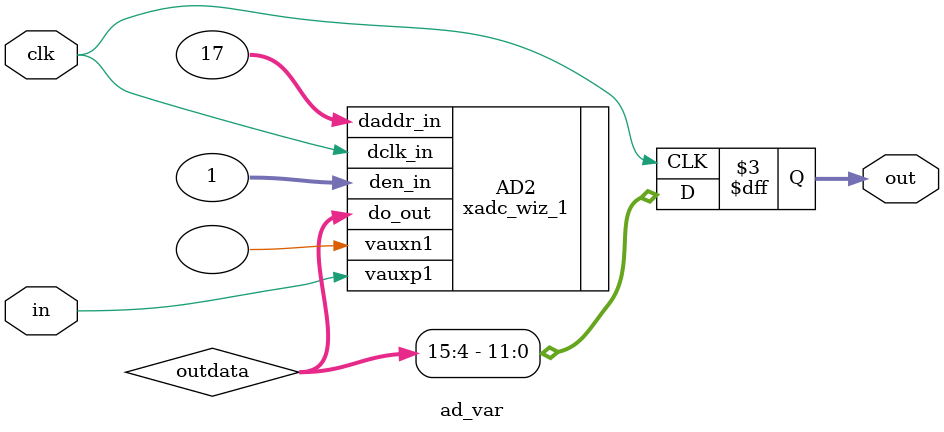
<source format=v>
`timescale 1ns / 1ps


module ad_var(
    input clk,
    input in,
    output reg [11:0] out
    );
    parameter addr = 'h11;
    wire [15:0]outdata;
    xadc_wiz_1 AD2(.vauxp1(in),.vauxn1(),.do_out(outdata),.daddr_in(addr),.dclk_in(clk),.den_in(1));
    always@(posedge clk)
    begin
        out <= outdata[15:4];
    end
endmodule

</source>
